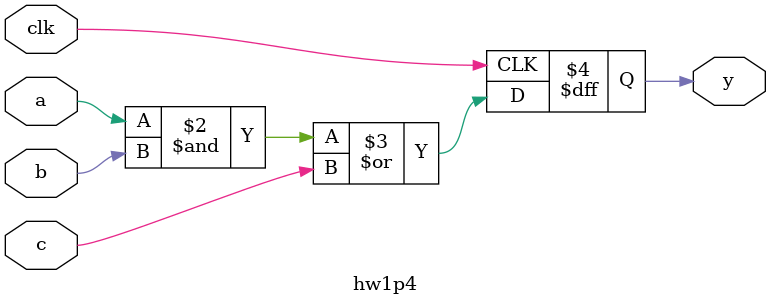
<source format=sv>
module hw1p4 (clk, a, b, c, y);
	input logic clk, a, b, c;
	output logic y;
	logic x;
	
	always_ff @(posedge clk) begin
		x = a & b;
		y = x | c;
	end
endmodule
</source>
